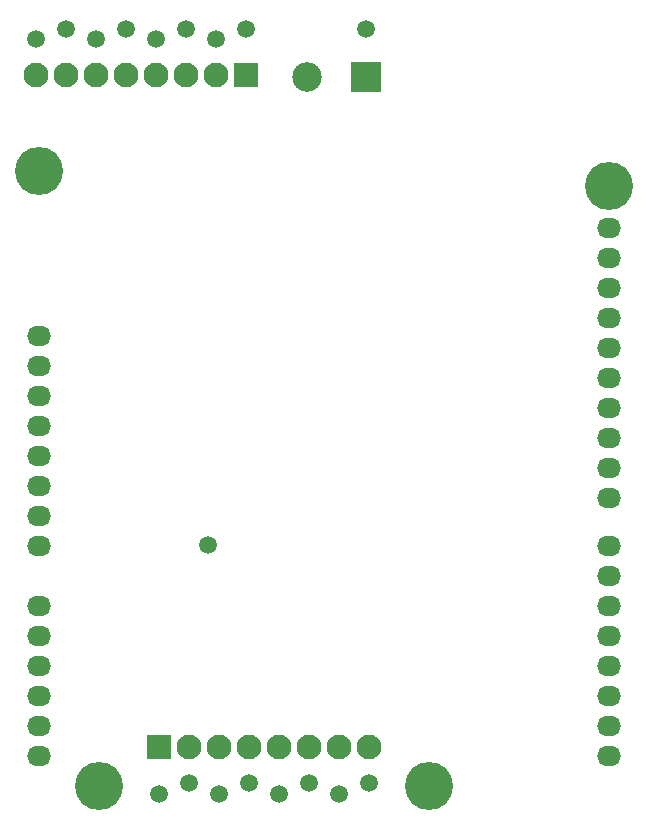
<source format=gbs>
G04 #@! TF.GenerationSoftware,KiCad,Pcbnew,6.0.2+dfsg-1*
G04 #@! TF.CreationDate,2024-05-29T15:52:29-06:00*
G04 #@! TF.ProjectId,ard-ltc2499,6172642d-6c74-4633-9234-39392e6b6963,rev?*
G04 #@! TF.SameCoordinates,Original*
G04 #@! TF.FileFunction,Soldermask,Bot*
G04 #@! TF.FilePolarity,Negative*
%FSLAX46Y46*%
G04 Gerber Fmt 4.6, Leading zero omitted, Abs format (unit mm)*
G04 Created by KiCad (PCBNEW 6.0.2+dfsg-1) date 2024-05-29 15:52:29*
%MOMM*%
%LPD*%
G01*
G04 APERTURE LIST*
%ADD10O,2.032000X1.727200*%
%ADD11C,4.064000*%
%ADD12R,2.500000X2.500000*%
%ADD13C,2.500000*%
%ADD14R,2.100000X2.100000*%
%ADD15C,2.100000*%
%ADD16C,1.500000*%
G04 APERTURE END LIST*
D10*
X122174000Y-92075000D03*
X122174000Y-94615000D03*
X122174000Y-97155000D03*
X122174000Y-99695000D03*
X122174000Y-102235000D03*
X122174000Y-104775000D03*
X122174000Y-107315000D03*
X122174000Y-109855000D03*
X122174000Y-114935000D03*
X122174000Y-117475000D03*
X122174000Y-120015000D03*
X122174000Y-122555000D03*
X122174000Y-125095000D03*
X122174000Y-127635000D03*
X170434000Y-82931000D03*
X170434000Y-85471000D03*
X170434000Y-88011000D03*
X170434000Y-90551000D03*
X170434000Y-93091000D03*
X170434000Y-95631000D03*
X170434000Y-98171000D03*
X170434000Y-100711000D03*
X170434000Y-103251000D03*
X170434000Y-105791000D03*
X170434000Y-109855000D03*
X170434000Y-112395000D03*
X170434000Y-114935000D03*
X170434000Y-117475000D03*
X170434000Y-120015000D03*
X170434000Y-122555000D03*
X170434000Y-125095000D03*
X170434000Y-127635000D03*
D11*
X122174000Y-78105000D03*
X127254000Y-130175000D03*
X170434000Y-79375000D03*
X155194000Y-130175000D03*
D12*
X149819995Y-70104000D03*
D13*
X144819995Y-70104000D03*
D14*
X139700000Y-69977000D03*
D15*
X137160000Y-69977000D03*
X134620000Y-69977000D03*
X132080000Y-69977000D03*
X129540000Y-69977000D03*
X127000000Y-69977000D03*
X124460000Y-69977000D03*
X121920000Y-69977000D03*
D14*
X132334000Y-126873000D03*
D15*
X134874000Y-126873000D03*
X137414000Y-126873000D03*
X139954000Y-126873000D03*
X142494000Y-126873000D03*
X145034000Y-126873000D03*
X147574000Y-126873000D03*
X150114000Y-126873000D03*
D16*
X139954000Y-129921000D03*
X129540000Y-66040000D03*
X147574000Y-130810000D03*
X137414000Y-130810000D03*
X150114000Y-129921000D03*
X121920000Y-66929000D03*
X124460000Y-66040000D03*
X142494000Y-130810000D03*
X136448800Y-109728000D03*
X137160000Y-66929000D03*
X145034000Y-129921000D03*
X127000000Y-66929000D03*
X132334000Y-130810000D03*
X149860000Y-66040000D03*
X134874000Y-129921000D03*
X139700000Y-66040000D03*
X132080000Y-66929000D03*
X134620000Y-66040000D03*
M02*

</source>
